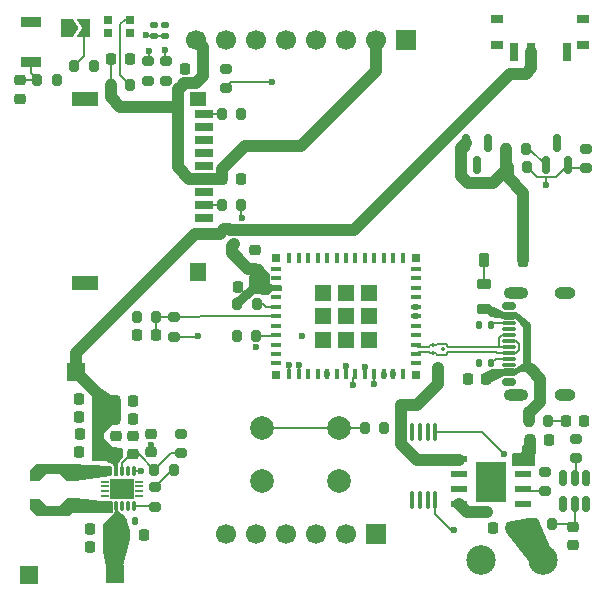
<source format=gbr>
%TF.GenerationSoftware,KiCad,Pcbnew,9.0.1*%
%TF.CreationDate,2025-09-03T21:59:16+02:00*%
%TF.ProjectId,cartouche v1,63617274-6f75-4636-9865-2076312e6b69,rev?*%
%TF.SameCoordinates,Original*%
%TF.FileFunction,Copper,L1,Top*%
%TF.FilePolarity,Positive*%
%FSLAX46Y46*%
G04 Gerber Fmt 4.6, Leading zero omitted, Abs format (unit mm)*
G04 Created by KiCad (PCBNEW 9.0.1) date 2025-09-03 21:59:16*
%MOMM*%
%LPD*%
G01*
G04 APERTURE LIST*
G04 Aperture macros list*
%AMRoundRect*
0 Rectangle with rounded corners*
0 $1 Rounding radius*
0 $2 $3 $4 $5 $6 $7 $8 $9 X,Y pos of 4 corners*
0 Add a 4 corners polygon primitive as box body*
4,1,4,$2,$3,$4,$5,$6,$7,$8,$9,$2,$3,0*
0 Add four circle primitives for the rounded corners*
1,1,$1+$1,$2,$3*
1,1,$1+$1,$4,$5*
1,1,$1+$1,$6,$7*
1,1,$1+$1,$8,$9*
0 Add four rect primitives between the rounded corners*
20,1,$1+$1,$2,$3,$4,$5,0*
20,1,$1+$1,$4,$5,$6,$7,0*
20,1,$1+$1,$6,$7,$8,$9,0*
20,1,$1+$1,$8,$9,$2,$3,0*%
%AMFreePoly0*
4,1,11,1.015000,1.170000,0.435000,0.575000,0.435000,-0.575000,1.015000,-1.170000,1.015000,-1.945000,0.125000,-1.945000,-0.435000,-1.395000,-0.435000,1.395000,0.125000,1.945000,1.015000,1.945000,1.015000,1.170000,1.015000,1.170000,$1*%
%AMFreePoly1*
4,1,11,0.435000,1.395000,0.435000,-1.395000,-0.125000,-1.945000,-1.015000,-1.945000,-1.015000,-1.170000,-0.435000,-0.575000,-0.435000,0.575000,-1.015000,1.170000,-1.015000,1.945000,-0.125000,1.945000,0.435000,1.395000,0.435000,1.395000,$1*%
%AMFreePoly2*
4,1,6,1.000000,0.000000,0.500000,-0.750000,-0.500000,-0.750000,-0.500000,0.750000,0.500000,0.750000,1.000000,0.000000,1.000000,0.000000,$1*%
%AMFreePoly3*
4,1,6,0.500000,-0.750000,-0.650000,-0.750000,-0.150000,0.000000,-0.650000,0.750000,0.500000,0.750000,0.500000,-0.750000,0.500000,-0.750000,$1*%
G04 Aperture macros list end*
%TA.AperFunction,NonConductor*%
%ADD10C,0.200000*%
%TD*%
%TA.AperFunction,Conductor*%
%ADD11C,0.200000*%
%TD*%
%TA.AperFunction,SMDPad,CuDef*%
%ADD12RoundRect,0.147500X0.172500X-0.147500X0.172500X0.147500X-0.172500X0.147500X-0.172500X-0.147500X0*%
%TD*%
%TA.AperFunction,SMDPad,CuDef*%
%ADD13R,1.400000X1.200000*%
%TD*%
%TA.AperFunction,SMDPad,CuDef*%
%ADD14R,2.200000X1.200000*%
%TD*%
%TA.AperFunction,SMDPad,CuDef*%
%ADD15R,1.400000X1.600000*%
%TD*%
%TA.AperFunction,SMDPad,CuDef*%
%ADD16R,1.600000X0.700000*%
%TD*%
%TA.AperFunction,SMDPad,CuDef*%
%ADD17RoundRect,0.200000X0.200000X0.275000X-0.200000X0.275000X-0.200000X-0.275000X0.200000X-0.275000X0*%
%TD*%
%TA.AperFunction,SMDPad,CuDef*%
%ADD18RoundRect,0.200000X-0.200000X-0.275000X0.200000X-0.275000X0.200000X0.275000X-0.200000X0.275000X0*%
%TD*%
%TA.AperFunction,SMDPad,CuDef*%
%ADD19RoundRect,0.200000X-0.275000X0.200000X-0.275000X-0.200000X0.275000X-0.200000X0.275000X0.200000X0*%
%TD*%
%TA.AperFunction,SMDPad,CuDef*%
%ADD20RoundRect,0.135000X0.135000X0.185000X-0.135000X0.185000X-0.135000X-0.185000X0.135000X-0.185000X0*%
%TD*%
%TA.AperFunction,SMDPad,CuDef*%
%ADD21RoundRect,0.200000X0.275000X-0.200000X0.275000X0.200000X-0.275000X0.200000X-0.275000X-0.200000X0*%
%TD*%
%TA.AperFunction,SMDPad,CuDef*%
%ADD22RoundRect,0.075000X-0.075000X0.075000X-0.075000X-0.075000X0.075000X-0.075000X0.075000X0.075000X0*%
%TD*%
%TA.AperFunction,SMDPad,CuDef*%
%ADD23RoundRect,0.225000X0.225000X0.250000X-0.225000X0.250000X-0.225000X-0.250000X0.225000X-0.250000X0*%
%TD*%
%TA.AperFunction,SMDPad,CuDef*%
%ADD24RoundRect,0.225000X-0.225000X-0.250000X0.225000X-0.250000X0.225000X0.250000X-0.225000X0.250000X0*%
%TD*%
%TA.AperFunction,SMDPad,CuDef*%
%ADD25R,1.500000X1.500000*%
%TD*%
%TA.AperFunction,SMDPad,CuDef*%
%ADD26R,0.280000X0.280000*%
%TD*%
%TA.AperFunction,SMDPad,CuDef*%
%ADD27O,0.280000X0.850000*%
%TD*%
%TA.AperFunction,SMDPad,CuDef*%
%ADD28R,0.600000X0.230000*%
%TD*%
%TA.AperFunction,SMDPad,CuDef*%
%ADD29R,0.700000X0.250000*%
%TD*%
%TA.AperFunction,SMDPad,CuDef*%
%ADD30R,0.900000X0.650000*%
%TD*%
%TA.AperFunction,SMDPad,CuDef*%
%ADD31R,2.150000X1.700000*%
%TD*%
%TA.AperFunction,SMDPad,CuDef*%
%ADD32R,1.000000X0.800000*%
%TD*%
%TA.AperFunction,SMDPad,CuDef*%
%ADD33R,0.700000X1.500000*%
%TD*%
%TA.AperFunction,ComponentPad*%
%ADD34C,2.000000*%
%TD*%
%TA.AperFunction,SMDPad,CuDef*%
%ADD35RoundRect,0.225000X-0.250000X0.225000X-0.250000X-0.225000X0.250000X-0.225000X0.250000X0.225000X0*%
%TD*%
%TA.AperFunction,SMDPad,CuDef*%
%ADD36RoundRect,0.225000X0.225000X0.375000X-0.225000X0.375000X-0.225000X-0.375000X0.225000X-0.375000X0*%
%TD*%
%TA.AperFunction,SMDPad,CuDef*%
%ADD37FreePoly0,90.000000*%
%TD*%
%TA.AperFunction,SMDPad,CuDef*%
%ADD38FreePoly1,90.000000*%
%TD*%
%TA.AperFunction,SMDPad,CuDef*%
%ADD39RoundRect,0.150000X0.150000X-0.587500X0.150000X0.587500X-0.150000X0.587500X-0.150000X-0.587500X0*%
%TD*%
%TA.AperFunction,SMDPad,CuDef*%
%ADD40R,1.700000X0.900000*%
%TD*%
%TA.AperFunction,SMDPad,CuDef*%
%ADD41RoundRect,0.218750X0.381250X-0.218750X0.381250X0.218750X-0.381250X0.218750X-0.381250X-0.218750X0*%
%TD*%
%TA.AperFunction,ComponentPad*%
%ADD42R,1.700000X1.700000*%
%TD*%
%TA.AperFunction,ComponentPad*%
%ADD43C,1.700000*%
%TD*%
%TA.AperFunction,SMDPad,CuDef*%
%ADD44R,1.454899X0.558000*%
%TD*%
%TA.AperFunction,SMDPad,CuDef*%
%ADD45R,2.514600X3.403600*%
%TD*%
%TA.AperFunction,SMDPad,CuDef*%
%ADD46RoundRect,0.135000X-0.135000X-0.185000X0.135000X-0.185000X0.135000X0.185000X-0.135000X0.185000X0*%
%TD*%
%TA.AperFunction,SMDPad,CuDef*%
%ADD47RoundRect,0.225000X0.250000X-0.225000X0.250000X0.225000X-0.250000X0.225000X-0.250000X-0.225000X0*%
%TD*%
%TA.AperFunction,SMDPad,CuDef*%
%ADD48RoundRect,0.150000X-0.150000X0.512500X-0.150000X-0.512500X0.150000X-0.512500X0.150000X0.512500X0*%
%TD*%
%TA.AperFunction,SMDPad,CuDef*%
%ADD49FreePoly2,0.000000*%
%TD*%
%TA.AperFunction,SMDPad,CuDef*%
%ADD50FreePoly3,0.000000*%
%TD*%
%TA.AperFunction,SMDPad,CuDef*%
%ADD51RoundRect,0.150000X0.425000X-0.150000X0.425000X0.150000X-0.425000X0.150000X-0.425000X-0.150000X0*%
%TD*%
%TA.AperFunction,SMDPad,CuDef*%
%ADD52RoundRect,0.075000X0.500000X-0.075000X0.500000X0.075000X-0.500000X0.075000X-0.500000X-0.075000X0*%
%TD*%
%TA.AperFunction,HeatsinkPad*%
%ADD53O,2.100000X1.000000*%
%TD*%
%TA.AperFunction,HeatsinkPad*%
%ADD54O,1.800000X1.000000*%
%TD*%
%TA.AperFunction,SMDPad,CuDef*%
%ADD55RoundRect,0.150000X-0.150000X0.587500X-0.150000X-0.587500X0.150000X-0.587500X0.150000X0.587500X0*%
%TD*%
%TA.AperFunction,SMDPad,CuDef*%
%ADD56RoundRect,0.100000X0.100000X-0.637500X0.100000X0.637500X-0.100000X0.637500X-0.100000X-0.637500X0*%
%TD*%
%TA.AperFunction,SMDPad,CuDef*%
%ADD57C,2.500000*%
%TD*%
%TA.AperFunction,SMDPad,CuDef*%
%ADD58RoundRect,0.218750X0.218750X0.256250X-0.218750X0.256250X-0.218750X-0.256250X0.218750X-0.256250X0*%
%TD*%
%TA.AperFunction,SMDPad,CuDef*%
%ADD59R,0.812800X0.406400*%
%TD*%
%TA.AperFunction,SMDPad,CuDef*%
%ADD60R,0.406400X0.812800*%
%TD*%
%TA.AperFunction,SMDPad,CuDef*%
%ADD61R,1.447800X1.447800*%
%TD*%
%TA.AperFunction,SMDPad,CuDef*%
%ADD62R,0.711200X0.711200*%
%TD*%
%TA.AperFunction,SMDPad,CuDef*%
%ADD63R,0.700000X0.700000*%
%TD*%
%TA.AperFunction,ViaPad*%
%ADD64C,0.600000*%
%TD*%
%TA.AperFunction,ViaPad*%
%ADD65C,0.300000*%
%TD*%
%TA.AperFunction,Conductor*%
%ADD66C,1.000000*%
%TD*%
%TA.AperFunction,Conductor*%
%ADD67C,0.500000*%
%TD*%
%TA.AperFunction,Conductor*%
%ADD68C,0.100000*%
%TD*%
G04 APERTURE END LIST*
D10*
X170050000Y-117300000D02*
X168250000Y-117300000D01*
X168200000Y-116350000D01*
X170050000Y-116350000D01*
X170050000Y-117300000D01*
%TA.AperFunction,NonConductor*%
G36*
X170050000Y-117300000D02*
G01*
X168250000Y-117300000D01*
X168200000Y-116350000D01*
X170050000Y-116350000D01*
X170050000Y-117300000D01*
G37*
%TD.AperFunction*%
D11*
%TO.N,Vout3v3*%
X147550000Y-101250000D02*
X147600000Y-102000000D01*
X147850000Y-102100000D01*
X148600000Y-102100000D01*
X148600000Y-102500000D01*
X147800000Y-102500000D01*
X147500000Y-102800000D01*
X146300000Y-102700000D01*
X145200000Y-103750000D01*
X144700000Y-103700000D01*
X144700000Y-103300000D01*
X146000000Y-102250000D01*
X146050000Y-100400000D01*
X146800000Y-100400000D01*
X147550000Y-101250000D01*
%TA.AperFunction,Conductor*%
G36*
X147550000Y-101250000D02*
G01*
X147600000Y-102000000D01*
X147850000Y-102100000D01*
X148600000Y-102100000D01*
X148600000Y-102500000D01*
X147800000Y-102500000D01*
X147500000Y-102800000D01*
X146300000Y-102700000D01*
X145200000Y-103750000D01*
X144700000Y-103700000D01*
X144700000Y-103300000D01*
X146000000Y-102250000D01*
X146050000Y-100400000D01*
X146800000Y-100400000D01*
X147550000Y-101250000D01*
G37*
%TD.AperFunction*%
%TO.N,Net-(C18-Pad2)*%
X167450000Y-104450000D02*
X168450000Y-104400000D01*
X169700000Y-105350000D01*
X169650000Y-109050000D01*
X169200000Y-109350000D01*
X168850000Y-109350000D01*
X168350000Y-109650000D01*
X168250000Y-109300000D01*
X169200000Y-108715384D01*
X169200000Y-105629998D01*
X168490910Y-104850000D01*
X167450000Y-104850000D01*
X166400000Y-104650000D01*
X166150000Y-104350000D01*
X165350000Y-104350000D01*
X165350000Y-103800000D01*
X166200000Y-103800000D01*
X167450000Y-104450000D01*
%TA.AperFunction,Conductor*%
G36*
X167450000Y-104450000D02*
G01*
X168450000Y-104400000D01*
X169700000Y-105350000D01*
X169650000Y-109050000D01*
X169200000Y-109350000D01*
X168850000Y-109350000D01*
X168350000Y-109650000D01*
X168250000Y-109300000D01*
X169200000Y-108715384D01*
X169200000Y-105629998D01*
X168490910Y-104850000D01*
X167450000Y-104850000D01*
X166400000Y-104650000D01*
X166150000Y-104350000D01*
X165350000Y-104350000D01*
X165350000Y-103800000D01*
X166200000Y-103800000D01*
X167450000Y-104450000D01*
G37*
%TD.AperFunction*%
X168350000Y-109650000D02*
X167450000Y-109650000D01*
X166250000Y-110300000D01*
X165650000Y-110300000D01*
X165650000Y-109700000D01*
X166450000Y-109250000D01*
X168350000Y-109250000D01*
X168350000Y-109650000D01*
%TA.AperFunction,Conductor*%
G36*
X168350000Y-109650000D02*
G01*
X167450000Y-109650000D01*
X166250000Y-110300000D01*
X165650000Y-110300000D01*
X165650000Y-109700000D01*
X166450000Y-109250000D01*
X168350000Y-109250000D01*
X168350000Y-109650000D01*
G37*
%TD.AperFunction*%
%TO.N,OUT+*%
X171300000Y-124200000D02*
X170800000Y-125300000D01*
X169600000Y-125300000D01*
X167750000Y-122950000D01*
X167700000Y-122200000D01*
X169550000Y-121850000D01*
X170250000Y-121850000D01*
X171300000Y-124200000D01*
%TA.AperFunction,Conductor*%
G36*
X171300000Y-124200000D02*
G01*
X170800000Y-125300000D01*
X169600000Y-125300000D01*
X167750000Y-122950000D01*
X167700000Y-122200000D01*
X169550000Y-121850000D01*
X170250000Y-121850000D01*
X171300000Y-124200000D01*
G37*
%TD.AperFunction*%
%TO.N,Vin*%
X135350000Y-121800000D02*
X135750000Y-122900000D01*
X135750000Y-123550000D01*
X135150000Y-125850000D01*
X133850000Y-125850000D01*
X133600000Y-124550000D01*
X133650000Y-122400000D01*
X134450000Y-121500000D01*
X134600000Y-121200000D01*
X134700000Y-121200000D01*
X135350000Y-121800000D01*
%TA.AperFunction,Conductor*%
G36*
X135350000Y-121800000D02*
G01*
X135750000Y-122900000D01*
X135750000Y-123550000D01*
X135150000Y-125850000D01*
X133850000Y-125850000D01*
X133600000Y-124550000D01*
X133650000Y-122400000D01*
X134450000Y-121500000D01*
X134600000Y-121200000D01*
X134700000Y-121200000D01*
X135350000Y-121800000D01*
G37*
%TD.AperFunction*%
%TO.N,3v3*%
X134250000Y-111500000D02*
X133400000Y-111450000D01*
X133250000Y-110900000D01*
X134250000Y-111500000D01*
%TA.AperFunction,Conductor*%
G36*
X134250000Y-111500000D02*
G01*
X133400000Y-111450000D01*
X133250000Y-110900000D01*
X134250000Y-111500000D01*
G37*
%TD.AperFunction*%
%TO.N,Net-(U_polux1-L2)*%
X134150000Y-117500000D02*
X134150000Y-118150000D01*
X131250000Y-118600000D01*
X130500000Y-118600000D01*
X130650000Y-117300000D01*
X130850000Y-117300000D01*
X134150000Y-117500000D01*
%TA.AperFunction,Conductor*%
G36*
X134150000Y-117500000D02*
G01*
X134150000Y-118150000D01*
X131250000Y-118600000D01*
X130500000Y-118600000D01*
X130650000Y-117300000D01*
X130850000Y-117300000D01*
X134150000Y-117500000D01*
G37*
%TD.AperFunction*%
%TO.N,Net-(U_polux1-L1)*%
X133350000Y-120450000D02*
X134250000Y-120450000D01*
X134250000Y-121250000D01*
X130450000Y-121250000D01*
X130500000Y-120150000D01*
X131200000Y-120150000D01*
X133350000Y-120450000D01*
%TA.AperFunction,Conductor*%
G36*
X133350000Y-120450000D02*
G01*
X134250000Y-120450000D01*
X134250000Y-121250000D01*
X130450000Y-121250000D01*
X130500000Y-120150000D01*
X131200000Y-120150000D01*
X133350000Y-120450000D01*
G37*
%TD.AperFunction*%
%TO.N,3v3*%
X134750000Y-115900000D02*
X135100000Y-115900000D01*
X135100000Y-116650000D01*
X134750000Y-117150000D01*
X134750000Y-118150000D01*
X134500000Y-118150000D01*
X134500000Y-117400000D01*
X134368750Y-117137499D01*
X134030433Y-117002172D01*
X133900000Y-116850000D01*
X132700000Y-116850000D01*
X132700000Y-115850000D01*
X134650000Y-115850000D01*
X134750000Y-115900000D01*
%TA.AperFunction,Conductor*%
G36*
X134750000Y-115900000D02*
G01*
X135100000Y-115900000D01*
X135100000Y-116650000D01*
X134750000Y-117150000D01*
X134750000Y-118150000D01*
X134500000Y-118150000D01*
X134500000Y-117400000D01*
X134368750Y-117137499D01*
X134030433Y-117002172D01*
X133900000Y-116850000D01*
X132700000Y-116850000D01*
X132700000Y-115850000D01*
X134650000Y-115850000D01*
X134750000Y-115900000D01*
G37*
%TD.AperFunction*%
%TD*%
D12*
%TO.P,charge,2,K*%
%TO.N,Net-(LED2-K)*%
X138800000Y-80030000D03*
%TO.P,charge,1,A*%
%TO.N,+5V*%
X138800000Y-81000000D03*
%TD*%
%TO.P,charged,2,K*%
%TO.N,Net-(LED3-K)*%
X137800000Y-80015000D03*
%TO.P,charged,1,A*%
%TO.N,+5V*%
X137800000Y-80985000D03*
%TD*%
D13*
%TO.P,microSD,SH,SH*%
%TO.N,GND*%
X141587500Y-86350000D03*
D14*
X131987500Y-86350000D03*
D15*
X141587500Y-100950000D03*
D14*
X131987500Y-101850000D03*
D16*
%TO.P,microSD,9,CD*%
%TO.N,Net-(U3-CD)*%
X142087500Y-87550000D03*
%TO.P,microSD,8,8*%
%TO.N,unconnected-(U3-Pad8)*%
X142087500Y-88650000D03*
%TO.P,microSD,7,7*%
%TO.N,SPI MISO*%
X142087500Y-89750000D03*
%TO.P,microSD,6,6*%
%TO.N,GND*%
X142087500Y-90850000D03*
%TO.P,microSD,5,5*%
%TO.N,SPI SCK*%
X142087500Y-91950000D03*
%TO.P,microSD,4,4*%
%TO.N,Vout3v3*%
X142087500Y-93050000D03*
%TO.P,microSD,3,3*%
%TO.N,SPI MOSI*%
X142087500Y-94150000D03*
%TO.P,microSD,2,2*%
%TO.N,Net-(R18-Pad1)*%
X142087500Y-95250000D03*
%TO.P,microSD,1,1*%
%TO.N,unconnected-(U3-Pad1)*%
X142087500Y-96350000D03*
%TD*%
D17*
%TO.P,R4,1,1*%
%TO.N,SW-reset*%
X129625000Y-84700000D03*
%TO.P,R4,2,2*%
%TO.N,Net-(C3-Pad1)*%
X127975000Y-84700000D03*
%TD*%
D18*
%TO.P,R13,1,1*%
%TO.N,Net-(U_polux1-FB)*%
X137875000Y-117700000D03*
%TO.P,R13,2,2*%
%TO.N,3v3*%
X139525000Y-117700000D03*
%TD*%
D19*
%TO.P,R24,1,1*%
%TO.N,Net-(U_TC4056A1-CHRG)*%
X138850000Y-83125000D03*
%TO.P,R24,2,2*%
%TO.N,Net-(LED2-K)*%
X138850000Y-84775000D03*
%TD*%
D20*
%TO.P,R16,1,1*%
%TO.N,Net-(J1-CC1)*%
X166410000Y-108650000D03*
%TO.P,R16,2,2*%
%TO.N,GND*%
X165390000Y-108650000D03*
%TD*%
D21*
%TO.P,R21,1,1*%
%TO.N,CS \u00C9cran*%
X143900000Y-85400000D03*
%TO.P,R21,2,2*%
%TO.N,Net-(U4-CS)*%
X143900000Y-83750000D03*
%TD*%
D22*
%TO.P,U2,1,D+*%
%TO.N,D+*%
X161475000Y-107150000D03*
%TO.P,U2,2,D-*%
%TO.N,D-*%
X161475000Y-107850000D03*
%TO.P,U2,3,GND*%
%TO.N,GND*%
X162325000Y-107500000D03*
%TD*%
D23*
%TO.P,C4,1,1*%
%TO.N,TENSION*%
X137975000Y-106300000D03*
%TO.P,C4,2,2*%
%TO.N,GND*%
X136425000Y-106300000D03*
%TD*%
D24*
%TO.P,C18,1,1*%
%TO.N,GND*%
X164425000Y-110000000D03*
%TO.P,C18,2,2*%
%TO.N,Net-(C18-Pad2)*%
X165975000Y-110000000D03*
%TD*%
D25*
%TO.P,GND,1,1*%
%TO.N,GND*%
X127300000Y-126600000D03*
%TD*%
D26*
%TO.P,U_polux1,1,L1*%
%TO.N,Net-(U_polux1-L1)*%
X134125000Y-121060000D03*
D27*
X134125000Y-120775000D03*
D26*
%TO.P,U_polux1,2,VIN*%
%TO.N,Vin*%
X134625000Y-121060000D03*
D27*
X134625000Y-120775000D03*
D26*
%TO.P,U_polux1,3,EN*%
%TO.N,Net-(U_polux1-EN)*%
X135125000Y-121060000D03*
D27*
X135125000Y-120775000D03*
D26*
%TO.P,U_polux1,4,PS/SYNC*%
%TO.N,GND*%
X135625000Y-121060000D03*
D27*
X135625000Y-120775000D03*
D26*
%TO.P,U_polux1,5,PG*%
%TO.N,Net-(U_polux1-PG)*%
X136125000Y-121060000D03*
D27*
X136125000Y-120775000D03*
%TO.P,U_polux1,6,VAUX*%
%TO.N,Net-(U_polux1-VAUX)*%
X136125000Y-117825000D03*
D26*
X136125000Y-117540000D03*
D27*
%TO.P,U_polux1,7,GND*%
%TO.N,GND*%
X135625000Y-117825000D03*
D26*
X135625000Y-117540000D03*
D27*
%TO.P,U_polux1,8,FB*%
%TO.N,Net-(U_polux1-FB)*%
X135125000Y-117825000D03*
D26*
X135125000Y-117540000D03*
D27*
%TO.P,U_polux1,9,VOUT*%
%TO.N,3v3*%
X134625000Y-117825000D03*
D26*
X134625000Y-117540000D03*
D27*
%TO.P,U_polux1,10,L2*%
%TO.N,Net-(U_polux1-L2)*%
X134125000Y-117825000D03*
D26*
X134125000Y-117540000D03*
D28*
%TO.P,U_polux1,11,PAD*%
%TO.N,GND*%
X133700000Y-119900000D03*
D29*
X133700000Y-119900000D03*
D28*
X136550000Y-119900000D03*
D29*
X136550000Y-119900000D03*
D30*
X134565000Y-119735000D03*
X135685000Y-119735000D03*
D28*
X133700000Y-119500000D03*
D29*
X133700000Y-119500000D03*
D28*
X136550000Y-119500000D03*
D29*
X136550000Y-119500000D03*
D31*
X135125000Y-119300000D03*
D28*
X133700000Y-119100000D03*
D29*
X133700000Y-119100000D03*
D28*
X136550000Y-119100000D03*
D29*
X136550000Y-119100000D03*
D30*
X134565000Y-118865000D03*
X135685000Y-118865000D03*
D28*
X133700000Y-118700000D03*
D29*
X133700000Y-118700000D03*
D28*
X136550000Y-118700000D03*
D29*
X136550000Y-118700000D03*
%TD*%
D32*
%TO.P,SWITCH ON/OFF,*%
%TO.N,*%
X174200000Y-81710000D03*
X174200000Y-79500000D03*
X166900000Y-81710000D03*
X166900000Y-79500000D03*
D33*
%TO.P,SWITCH ON/OFF,1,1*%
%TO.N,Vout3v3*%
X172800000Y-82360000D03*
%TO.P,SWITCH ON/OFF,2,2*%
%TO.N,3v3*%
X169800000Y-82360000D03*
%TO.P,SWITCH ON/OFF,3,3*%
%TO.N,Vout3v3*%
X168300000Y-82360000D03*
%TD*%
D24*
%TO.P,C12,1,1*%
%TO.N,GND*%
X131525000Y-116200000D03*
%TO.P,C12,2,2*%
%TO.N,3v3*%
X133075000Y-116200000D03*
%TD*%
D19*
%TO.P,R10,1,1*%
%TO.N,GND*%
X174400000Y-90500000D03*
%TO.P,R10,2,2*%
%TO.N,Net-(Q1-S)*%
X174400000Y-92150000D03*
%TD*%
D34*
%TO.P,S1,1,1*%
%TO.N,Net-(R3-Pad2)*%
X147024999Y-114150000D03*
X153524999Y-114150000D03*
%TO.P,S1,2,2*%
%TO.N,GND*%
X147024999Y-118650000D03*
X153524999Y-118650000D03*
%TD*%
D35*
%TO.P,C11,1,1*%
%TO.N,GND*%
X134600000Y-114825000D03*
%TO.P,C11,2,2*%
%TO.N,3v3*%
X134600000Y-116375000D03*
%TD*%
D24*
%TO.P,C15,1,1*%
%TO.N,GND*%
X131525000Y-113200000D03*
%TO.P,C15,2,2*%
%TO.N,3v3*%
X133075000Y-113200000D03*
%TD*%
D36*
%TO.P,D1,1,C*%
%TO.N,Vin*%
X169100000Y-99900000D03*
%TO.P,D1,2,A*%
%TO.N,+5V*%
X165800000Y-99900000D03*
%TD*%
D37*
%TO.P,U_coil_polux1,1,1*%
%TO.N,Net-(U_polux1-L1)*%
X129300000Y-121165000D03*
D38*
%TO.P,U_coil_polux1,2,2*%
%TO.N,Net-(U_polux1-L2)*%
X129300000Y-117635000D03*
%TD*%
D39*
%TO.P,Q1,1,G*%
%TO.N,Net-(Q1-G)*%
X171000000Y-91900000D03*
%TO.P,Q1,2,S*%
%TO.N,Net-(Q1-S)*%
X172900000Y-91900000D03*
%TO.P,Q1,3,D*%
%TO.N,GND*%
X171950000Y-90025000D03*
%TD*%
D19*
%TO.P,R14,1,1*%
%TO.N,GND*%
X140100000Y-114650000D03*
%TO.P,R14,2,2*%
%TO.N,Net-(U_polux1-FB)*%
X140100000Y-116300000D03*
%TD*%
D18*
%TO.P,R18,1,1*%
%TO.N,Net-(R18-Pad1)*%
X143575000Y-95300000D03*
%TO.P,R18,2,2*%
%TO.N,CS_sdcard*%
X145225000Y-95300000D03*
%TD*%
D40*
%TO.P,SW1,1,1*%
%TO.N,GND*%
X127400000Y-79800000D03*
%TO.P,SW1,2,2*%
%TO.N,Net-(C3-Pad1)*%
X127400000Y-83200000D03*
%TD*%
D19*
%TO.P,R6,1,1*%
%TO.N,TENSION*%
X139500000Y-104775000D03*
%TO.P,R6,2,2*%
%TO.N,OUT+*%
X139500000Y-106425000D03*
%TD*%
D23*
%TO.P,C16,1,1*%
%TO.N,GND*%
X136075000Y-113400000D03*
%TO.P,C16,2,2*%
%TO.N,3v3*%
X134525000Y-113400000D03*
%TD*%
D35*
%TO.P,C3,1,1*%
%TO.N,Net-(C3-Pad1)*%
X126500000Y-84725000D03*
%TO.P,C3,2,2*%
%TO.N,GND*%
X126500000Y-86275000D03*
%TD*%
D17*
%TO.P,R19,1,1*%
%TO.N,CD*%
X145225000Y-87600000D03*
%TO.P,R19,2,2*%
%TO.N,Net-(U3-CD)*%
X143575000Y-87600000D03*
%TD*%
D41*
%TO.P,L1,1,1*%
%TO.N,Net-(C18-Pad2)*%
X165800000Y-104112500D03*
%TO.P,L1,2,2*%
%TO.N,+5V*%
X165800000Y-101987500D03*
%TD*%
D17*
%TO.P,R3,1,1*%
%TO.N,SW-1*%
X157325000Y-114200000D03*
%TO.P,R3,2,2*%
%TO.N,Net-(R3-Pad2)*%
X155675000Y-114200000D03*
%TD*%
D19*
%TO.P,R26,1,1*%
%TO.N,Net-(U_TC4056A1-STDBY)*%
X137350000Y-83125000D03*
%TO.P,R26,2,2*%
%TO.N,Net-(LED3-K)*%
X137350000Y-84775000D03*
%TD*%
D25*
%TO.P,VIN,1,1*%
%TO.N,Vin*%
X134500000Y-126500000D03*
%TD*%
D18*
%TO.P,R11,1,1*%
%TO.N,Vin*%
X167775000Y-92100000D03*
%TO.P,R11,2,2*%
%TO.N,Net-(Q1-S)*%
X169425000Y-92100000D03*
%TD*%
%TO.P,R1,1,1*%
%TO.N,Vout3v3*%
X144875000Y-103700000D03*
%TO.P,R1,2,2*%
%TO.N,GPIO2*%
X146525000Y-103700000D03*
%TD*%
D35*
%TO.P,C10,1,1*%
%TO.N,GND*%
X136100000Y-114825000D03*
%TO.P,C10,2,2*%
%TO.N,Net-(U_polux1-FB)*%
X136100000Y-116375000D03*
%TD*%
D23*
%TO.P,C7,1,1*%
%TO.N,GND*%
X136975000Y-123200000D03*
%TO.P,C7,2,2*%
%TO.N,Vin*%
X135425000Y-123200000D03*
%TD*%
D42*
%TO.P,U4,1,GND*%
%TO.N,GND*%
X159164999Y-81300000D03*
D43*
%TO.P,U4,2,VCC*%
%TO.N,Vout3v3*%
X156624999Y-81300000D03*
%TO.P,U4,3,SCL*%
%TO.N,SPI SCK*%
X154084999Y-81300000D03*
%TO.P,U4,4,SDA*%
%TO.N,SPI MOSI*%
X151544999Y-81300000D03*
%TO.P,U4,5,RES*%
%TO.N,Net-(U4-RES)*%
X149004999Y-81300000D03*
%TO.P,U4,6,DC*%
%TO.N,\u00C9cran D{slash}C*%
X146464999Y-81300000D03*
%TO.P,U4,7,CS*%
%TO.N,Net-(U4-CS)*%
X143924999Y-81300000D03*
%TO.P,U4,8,BLK*%
%TO.N,Vout3v3*%
X141384999Y-81300000D03*
%TD*%
D19*
%TO.P,R23,1,1*%
%TO.N,GND*%
X170978652Y-117870000D03*
%TO.P,R23,2,2*%
%TO.N,Net-(U_TC4056A1-PROG)*%
X170978652Y-119520000D03*
%TD*%
D44*
%TO.P,U_TC4056A1,1,TEMP*%
%TO.N,GND*%
X169121348Y-120605000D03*
%TO.P,U_TC4056A1,2,PROG*%
%TO.N,Net-(U_TC4056A1-PROG)*%
X169121348Y-119335000D03*
%TO.P,U_TC4056A1,3,GND*%
%TO.N,GND*%
X169121348Y-118065000D03*
%TO.P,U_TC4056A1,4,VCC*%
%TO.N,+5V*%
X169121348Y-116795000D03*
%TO.P,U_TC4056A1,5,BAT*%
%TO.N,OUT+*%
X163678652Y-116795000D03*
%TO.P,U_TC4056A1,6,STDBY*%
%TO.N,Net-(U_TC4056A1-STDBY)*%
X163678652Y-118065000D03*
%TO.P,U_TC4056A1,7,CHRG*%
%TO.N,Net-(U_TC4056A1-CHRG)*%
X163678652Y-119335000D03*
%TO.P,U_TC4056A1,8,CE*%
%TO.N,+5V*%
X163678652Y-120605000D03*
D45*
%TO.P,U_TC4056A1,EPAD*%
%TO.N,N/C*%
X166400000Y-118700000D03*
%TD*%
D46*
%TO.P,R15,1,1*%
%TO.N,GND*%
X165390000Y-105450000D03*
%TO.P,R15,2,2*%
%TO.N,Net-(J1-CC2)*%
X166410000Y-105450000D03*
%TD*%
D24*
%TO.P,C8,1,1*%
%TO.N,GND*%
X132425000Y-122700000D03*
%TO.P,C8,2,2*%
%TO.N,Vin*%
X133975000Y-122700000D03*
%TD*%
D35*
%TO.P,C1,1,1*%
%TO.N,GND*%
X146400000Y-99125000D03*
%TO.P,C1,2,2*%
%TO.N,Vout3v3*%
X146400000Y-100675000D03*
%TD*%
D17*
%TO.P,R20,1,1*%
%TO.N,SW-reset*%
X146500000Y-106400000D03*
%TO.P,R20,2,2*%
%TO.N,Net-(U4-RES)*%
X144850000Y-106400000D03*
%TD*%
%TO.P,R5,1*%
%TO.N,Boot Mode Select*%
X132725000Y-83550000D03*
%TO.P,R5,2*%
%TO.N,Net-(JP1-B)*%
X131075000Y-83550000D03*
%TD*%
D24*
%TO.P,C6,1,1*%
%TO.N,GND*%
X132400000Y-124200000D03*
%TO.P,C6,2,2*%
%TO.N,Vin*%
X133950000Y-124200000D03*
%TD*%
D47*
%TO.P,C22,1,1*%
%TO.N,GND*%
X173300000Y-124075000D03*
%TO.P,C22,2,2*%
%TO.N,VCCfhd*%
X173300000Y-122525000D03*
%TD*%
D42*
%TO.P,J2,1,Pin_1*%
%TO.N,GND*%
X156624999Y-123100000D03*
D43*
%TO.P,J2,2,Pin_2*%
%TO.N,CS Console*%
X154084999Y-123100000D03*
%TO.P,J2,3,Pin_3*%
%TO.N,SPI MOSI*%
X151544999Y-123100000D03*
%TO.P,J2,4,Pin_4*%
%TO.N,SPI MISO*%
X149004999Y-123100000D03*
%TO.P,J2,5,Pin_5*%
%TO.N,SPI SCK*%
X146464999Y-123100000D03*
%TO.P,J2,6,Pin_6*%
%TO.N,+5V*%
X143924999Y-123100000D03*
%TD*%
D48*
%TO.P,U_DW01A1,1,OD*%
%TO.N,Net-(Q3-G2)*%
X174400000Y-118362500D03*
%TO.P,U_DW01A1,2,VM*%
%TO.N,Net-(U_DW01A1-VM)*%
X173450000Y-118362500D03*
%TO.P,U_DW01A1,3,OC*%
%TO.N,Net-(Q3-G1)*%
X172500000Y-118362500D03*
%TO.P,U_DW01A1,4,NC*%
%TO.N,unconnected-(U_DW01A1-NC-Pad4)*%
X172500000Y-120637500D03*
%TO.P,U_DW01A1,5,VCC*%
%TO.N,VCCfhd*%
X173450000Y-120637500D03*
%TO.P,U_DW01A1,6,GND*%
%TO.N,GND*%
X174400000Y-120637500D03*
%TD*%
D24*
%TO.P,C2,1,1*%
%TO.N,GND*%
X144925000Y-102200000D03*
%TO.P,C2,2,2*%
%TO.N,Vout3v3*%
X146475000Y-102200000D03*
%TD*%
%TO.P,C13,1,1*%
%TO.N,GND*%
X131525000Y-111700000D03*
%TO.P,C13,2,2*%
%TO.N,3v3*%
X133075000Y-111700000D03*
%TD*%
D49*
%TO.P,BM,1,A*%
%TO.N,Vout3v3*%
X130500000Y-80300000D03*
D50*
%TO.P,BM,2,B*%
%TO.N,Net-(JP1-B)*%
X131950000Y-80300000D03*
%TD*%
D46*
%TO.P,R8,1,1*%
%TO.N,Vin*%
X135190000Y-122000000D03*
%TO.P,R8,2,2*%
%TO.N,Net-(U_polux1-EN)*%
X136210000Y-122000000D03*
%TD*%
D51*
%TO.P,USB-C,A1,GND*%
%TO.N,GND*%
X167910000Y-110250000D03*
%TO.P,USB-C,A4,VBUS*%
%TO.N,Net-(C18-Pad2)*%
X167910000Y-109450000D03*
D52*
%TO.P,USB-C,A5,CC1*%
%TO.N,Net-(J1-CC1)*%
X167910000Y-108300000D03*
%TO.P,USB-C,A6,D+*%
%TO.N,D+*%
X167910000Y-107300000D03*
%TO.P,USB-C,A7,D-*%
%TO.N,D-*%
X167910000Y-106800000D03*
%TO.P,USB-C,A8,SBU1*%
%TO.N,unconnected-(J1-SBU1-PadA8)*%
X167910000Y-105800000D03*
D51*
%TO.P,USB-C,A9,VBUS*%
%TO.N,Net-(C18-Pad2)*%
X167910000Y-104650000D03*
%TO.P,USB-C,A12,GND*%
%TO.N,GND*%
X167910000Y-103850000D03*
%TO.P,USB-C,B1,GND*%
X167910000Y-103850000D03*
%TO.P,USB-C,B4,VBUS*%
%TO.N,Net-(C18-Pad2)*%
X167910000Y-104650000D03*
D52*
%TO.P,USB-C,B5,CC2*%
%TO.N,Net-(J1-CC2)*%
X167910000Y-105300000D03*
%TO.P,USB-C,B6,D+*%
%TO.N,D+*%
X167910000Y-106300000D03*
%TO.P,USB-C,B7,D-*%
%TO.N,D-*%
X167910000Y-107800000D03*
%TO.P,USB-C,B8,SBU2*%
%TO.N,unconnected-(J1-SBU2-PadB8)*%
X167910000Y-108800000D03*
D51*
%TO.P,USB-C,B9,VBUS*%
%TO.N,Net-(C18-Pad2)*%
X167910000Y-109450000D03*
%TO.P,USB-C,B12,GND*%
%TO.N,GND*%
X167910000Y-110250000D03*
D53*
%TO.P,USB-C,S1,SHIELD*%
X168485000Y-111370000D03*
D54*
X172665000Y-111370000D03*
D53*
X168485000Y-102730000D03*
D54*
X172665000Y-102730000D03*
%TD*%
D18*
%TO.P,R7,1,1*%
%TO.N,Vout3v3*%
X134175000Y-85100000D03*
%TO.P,R7,2,2*%
%TO.N,Net-(LED_RGB1-VDD)*%
X135825000Y-85100000D03*
%TD*%
D55*
%TO.P,Q2,1,G*%
%TO.N,Net-(Q1-S)*%
X166150000Y-90000000D03*
%TO.P,Q2,2,S*%
%TO.N,Vin*%
X164250000Y-90000000D03*
%TO.P,Q2,3,D*%
%TO.N,OUT+*%
X165200000Y-91875000D03*
%TD*%
D18*
%TO.P,R2,1,1*%
%TO.N,GND*%
X136375000Y-104800000D03*
%TO.P,R2,2,2*%
%TO.N,TENSION*%
X138025000Y-104800000D03*
%TD*%
D19*
%TO.P,R12,1,1*%
%TO.N,3v3*%
X137900000Y-119175000D03*
%TO.P,R12,2,2*%
%TO.N,Net-(U_polux1-PG)*%
X137900000Y-120825000D03*
%TD*%
D24*
%TO.P,C23,1,1*%
%TO.N,GND*%
X166550000Y-122600000D03*
%TO.P,C23,2,2*%
%TO.N,OUT+*%
X168100000Y-122600000D03*
%TD*%
D23*
%TO.P,C5,1,1*%
%TO.N,GND*%
X135775000Y-82900000D03*
%TO.P,C5,2,2*%
%TO.N,Vout3v3*%
X134225000Y-82900000D03*
%TD*%
D56*
%TO.P,Q3,1,D12*%
%TO.N,unconnected-(Q3-D12-Pad1)*%
X159703652Y-120262500D03*
%TO.P,Q3,2,S1*%
%TO.N,GND*%
X160353652Y-120262500D03*
%TO.P,Q3,3,S1*%
X161003652Y-120262500D03*
%TO.P,Q3,4,G1*%
%TO.N,Net-(Q3-G1)*%
X161653652Y-120262500D03*
%TO.P,Q3,5,G2*%
%TO.N,Net-(Q3-G2)*%
X161653652Y-114537500D03*
%TO.P,Q3,6,S2*%
%TO.N,GND*%
X161003652Y-114537500D03*
%TO.P,Q3,7,S2*%
X160353652Y-114537500D03*
%TO.P,Q3,8,D12*%
%TO.N,unconnected-(Q3-D12-Pad8)*%
X159703652Y-114537500D03*
%TD*%
D21*
%TO.P,R22,1,1*%
%TO.N,Net-(U_DW01A1-VM)*%
X173578652Y-116720000D03*
%TO.P,R22,2,2*%
%TO.N,GND*%
X173578652Y-115070000D03*
%TD*%
D24*
%TO.P,C19,1*%
%TO.N,Vout3v3*%
X143625000Y-93100000D03*
%TO.P,C19,2*%
%TO.N,GND*%
X145175000Y-93100000D03*
%TD*%
D18*
%TO.P,R25,1,1*%
%TO.N,OUT+*%
X169850000Y-122300000D03*
%TO.P,R25,2,2*%
%TO.N,VCCfhd*%
X171500000Y-122300000D03*
%TD*%
D25*
%TO.P,3V3,1,1*%
%TO.N,3v3*%
X131200000Y-109400000D03*
%TD*%
D18*
%TO.P,R9,1,1*%
%TO.N,Vin*%
X167675000Y-90500000D03*
%TO.P,R9,2,2*%
%TO.N,Net-(Q1-G)*%
X169325000Y-90500000D03*
%TD*%
%TO.P,R17,1,1*%
%TO.N,Net-(C18-Pad2)*%
X169550000Y-113600000D03*
%TO.P,R17,2,2*%
%TO.N,Net-(LED1-+)*%
X171200000Y-113600000D03*
%TD*%
D23*
%TO.P,C14,1,1*%
%TO.N,GND*%
X136075000Y-111900000D03*
%TO.P,C14,2,2*%
%TO.N,3v3*%
X134525000Y-111900000D03*
%TD*%
D57*
%TO.P,BAT-,1,1*%
%TO.N,GND*%
X165500000Y-125300000D03*
%TD*%
%TO.P,BAT+,1,1*%
%TO.N,OUT+*%
X170800000Y-125300000D03*
%TD*%
D24*
%TO.P,C20,1*%
%TO.N,GND*%
X140425000Y-83800000D03*
%TO.P,C20,2*%
%TO.N,Vout3v3*%
X141975000Y-83800000D03*
%TD*%
D47*
%TO.P,C9,1,1*%
%TO.N,Net-(U_polux1-VAUX)*%
X137600000Y-116200000D03*
%TO.P,C9,2,2*%
%TO.N,GND*%
X137600000Y-114650000D03*
%TD*%
D24*
%TO.P,C21,1,1*%
%TO.N,+5V*%
X169703652Y-115195000D03*
%TO.P,C21,2,2*%
%TO.N,GND*%
X171253652Y-115195000D03*
%TD*%
D58*
%TO.P,LED1,1,-*%
%TO.N,GND*%
X174287500Y-113600000D03*
%TO.P,LED1,2,+*%
%TO.N,Net-(LED1-+)*%
X172712500Y-113600000D03*
%TD*%
D59*
%TO.P,U1,1,GND*%
%TO.N,GND*%
X148200002Y-100700000D03*
%TO.P,U1,2,GND*%
X148200002Y-101500001D03*
%TO.P,U1,3,3V3*%
%TO.N,Vout3v3*%
X148200002Y-102300000D03*
%TO.P,U1,4,NC*%
%TO.N,unconnected-(U1-NC-Pad4)*%
X148200002Y-103100001D03*
%TO.P,U1,5,IO2*%
%TO.N,GPIO2*%
X148200002Y-103899999D03*
%TO.P,U1,6,IO3*%
%TO.N,TENSION*%
X148200002Y-104700000D03*
%TO.P,U1,7,NC*%
%TO.N,unconnected-(U1-NC-Pad7)*%
X148200002Y-105500001D03*
%TO.P,U1,8,EN*%
%TO.N,SW-reset*%
X148200002Y-106299999D03*
%TO.P,U1,9,NC*%
%TO.N,unconnected-(U1-NC-Pad9)*%
X148200002Y-107100000D03*
%TO.P,U1,10,NC*%
%TO.N,unconnected-(U1-NC-Pad10)*%
X148200002Y-107899999D03*
%TO.P,U1,11,GND*%
%TO.N,GND*%
X148200002Y-108700000D03*
D60*
%TO.P,U1,12,IO0*%
%TO.N,\u00C9cran D{slash}C*%
X149299999Y-109600000D03*
%TO.P,U1,13,IO1*%
%TO.N,CS \u00C9cran*%
X150100000Y-109600000D03*
%TO.P,U1,14,GND*%
%TO.N,GND*%
X150900001Y-109600000D03*
%TO.P,U1,15,NC*%
%TO.N,unconnected-(U1-NC-Pad15)*%
X151700000Y-109600000D03*
%TO.P,U1,16,IO10*%
%TO.N,CS_sdcard*%
X152500001Y-109600000D03*
%TO.P,U1,17,NC*%
%TO.N,unconnected-(U1-NC-Pad17)*%
X153299999Y-109600000D03*
%TO.P,U1,18,IO4*%
%TO.N,CS Console*%
X154100000Y-109600000D03*
%TO.P,U1,19,IO5*%
%TO.N,SPI MOSI*%
X154900001Y-109600000D03*
%TO.P,U1,20,IO6*%
%TO.N,SPI SCK*%
X155699999Y-109600000D03*
%TO.P,U1,21,IO7*%
%TO.N,SPI MISO*%
X156500000Y-109600000D03*
%TO.P,U1,22,IO8*%
%TO.N,CD*%
X157299999Y-109600000D03*
%TO.P,U1,23,IO9*%
%TO.N,Boot Mode Select*%
X158100000Y-109600000D03*
%TO.P,U1,24,NC*%
%TO.N,unconnected-(U1-NC-Pad24)*%
X158899998Y-109600000D03*
D59*
%TO.P,U1,25,NC*%
%TO.N,unconnected-(U1-NC-Pad25)*%
X159999998Y-108700000D03*
%TO.P,U1,26,IO18*%
%TO.N,D-*%
X159999998Y-107899999D03*
%TO.P,U1,27,IO19*%
%TO.N,D+*%
X159999998Y-107100000D03*
%TO.P,U1,28,NC*%
%TO.N,unconnected-(U1-NC-Pad28)*%
X159999998Y-106299999D03*
%TO.P,U1,29,NC*%
%TO.N,unconnected-(U1-NC-Pad29)*%
X159999998Y-105500001D03*
%TO.P,U1,30,RXD0*%
%TO.N,SW-1*%
X159999998Y-104700000D03*
%TO.P,U1,31,TXD0*%
%TO.N,LEDrgb*%
X159999998Y-103899999D03*
%TO.P,U1,32,NC*%
%TO.N,unconnected-(U1-NC-Pad32)*%
X159999998Y-103100001D03*
%TO.P,U1,33,NC*%
%TO.N,unconnected-(U1-NC-Pad33)*%
X159999998Y-102300000D03*
%TO.P,U1,34,NC*%
%TO.N,unconnected-(U1-NC-Pad34)*%
X159999998Y-101500001D03*
%TO.P,U1,35,NC*%
%TO.N,unconnected-(U1-NC-Pad35)*%
X159999998Y-100700000D03*
D60*
%TO.P,U1,36,GND*%
%TO.N,GND*%
X158900001Y-99800000D03*
%TO.P,U1,37,GND*%
X158100000Y-99800000D03*
%TO.P,U1,38,GND*%
X157299999Y-99800000D03*
%TO.P,U1,39,GND*%
X156500000Y-99800000D03*
%TO.P,U1,40,GND*%
X155699999Y-99800000D03*
%TO.P,U1,41,GND*%
X154900001Y-99800000D03*
%TO.P,U1,42,GND*%
X154100000Y-99800000D03*
%TO.P,U1,43,GND*%
X153299999Y-99800000D03*
%TO.P,U1,44,GND*%
X152500001Y-99800000D03*
%TO.P,U1,45,GND*%
X151700000Y-99800000D03*
%TO.P,U1,46,GND*%
X150900001Y-99800000D03*
%TO.P,U1,47,GND*%
X150100000Y-99800000D03*
%TO.P,U1,48,GND*%
X149300002Y-99800000D03*
D61*
%TO.P,U1,49,GND*%
X154100000Y-104700000D03*
D62*
%TO.P,U1,50,GND*%
X160050000Y-99750000D03*
%TO.P,U1,51,GND*%
X160050000Y-109650000D03*
%TO.P,U1,52,GND*%
X148150000Y-109650000D03*
%TO.P,U1,53,GND*%
X148150000Y-99750000D03*
D61*
%TO.P,U1,54*%
%TO.N,N/C*%
X156075000Y-102725000D03*
%TO.P,U1,55*%
X156075000Y-104700000D03*
%TO.P,U1,56*%
X156075000Y-106675000D03*
%TO.P,U1,57*%
X154100000Y-106675000D03*
%TO.P,U1,58*%
X152125000Y-106675000D03*
%TO.P,U1,59*%
X152125000Y-104700000D03*
%TO.P,U1,60*%
X152125000Y-102725000D03*
%TO.P,U1,61*%
X154100000Y-102725000D03*
%TD*%
D24*
%TO.P,C17,1,1*%
%TO.N,GND*%
X131550000Y-114700000D03*
%TO.P,C17,2,2*%
%TO.N,3v3*%
X133100000Y-114700000D03*
%TD*%
D63*
%TO.P,LED_RGB1,1,DO*%
%TO.N,unconnected-(LED_RGB1-DO-Pad1)*%
X133985000Y-79600000D03*
%TO.P,LED_RGB1,2,GND*%
%TO.N,GND*%
X133985000Y-80700000D03*
%TO.P,LED_RGB1,3,DI*%
%TO.N,LEDrgb*%
X135815000Y-80700000D03*
%TO.P,LED_RGB1,4,VDD*%
%TO.N,Net-(LED_RGB1-VDD)*%
X135815000Y-79600000D03*
%TD*%
D64*
%TO.N,Net-(U_TC4056A1-STDBY)*%
X137400000Y-82202767D03*
%TO.N,Net-(U_TC4056A1-CHRG)*%
X138800000Y-82200000D03*
%TO.N,Net-(Q1-S)*%
X166150000Y-89950000D03*
X171050000Y-93550000D03*
%TO.N,Vout3v3*%
X168300000Y-82400000D03*
X172800000Y-82360000D03*
%TO.N,+5V*%
X166050000Y-121250000D03*
%TO.N,3v3*%
X134612500Y-116387500D03*
X137900000Y-119200000D03*
%TO.N,GND*%
X165500000Y-125300000D03*
X142087500Y-90850000D03*
D65*
X162200000Y-107500000D03*
D64*
%TO.N,OUT+*%
X141600000Y-106400000D03*
X165200000Y-91875000D03*
X163700000Y-116900000D03*
X170800000Y-125300000D03*
%TO.N,+5V*%
X137200000Y-80900000D03*
X169700000Y-115200000D03*
%TO.N,Vout3v3*%
X142100000Y-93050000D03*
X130600000Y-80300000D03*
X134225000Y-82900000D03*
X144600000Y-98400000D03*
%TO.N,Vin*%
X135400000Y-123200000D03*
X164250000Y-90000000D03*
X167800000Y-92100000D03*
%TO.N,Net-(U_polux1-VAUX)*%
X136700000Y-117800000D03*
X137600000Y-115600000D03*
%TO.N,SPI MOSI*%
X142100000Y-94200000D03*
X154700000Y-110500000D03*
%TO.N,SPI MISO*%
X142087500Y-89750000D03*
X156500000Y-110400000D03*
%TO.N,SPI SCK*%
X142087500Y-91950000D03*
X155700000Y-109000000D03*
%TO.N,CS Console*%
X154100000Y-108900000D03*
%TO.N,LEDrgb*%
X160000000Y-103900000D03*
X135900000Y-80700000D03*
%TO.N,Net-(Q3-G2)*%
X167500000Y-116400000D03*
X174400000Y-118362500D03*
%TO.N,Net-(Q3-G1)*%
X163200000Y-122800000D03*
X172500000Y-118362500D03*
%TO.N,Net-(U_TC4056A1-CHRG)*%
X163700000Y-119356348D03*
%TO.N,Net-(U_TC4056A1-STDBY)*%
X163678652Y-118065000D03*
%TO.N,CS_sdcard*%
X145300000Y-96400000D03*
X152500000Y-109600000D03*
%TO.N,CD*%
X157300000Y-109700000D03*
X145200000Y-87600000D03*
%TO.N,Boot Mode Select*%
X132725000Y-83550000D03*
X158100000Y-109600000D03*
%TO.N,Net-(U4-CS)*%
X143900000Y-83700000D03*
%TO.N,CS \u00C9cran*%
X147800000Y-84900000D03*
X150100000Y-108800000D03*
%TO.N,Net-(U4-RES)*%
X144900000Y-106500000D03*
X150400000Y-106400000D03*
%TO.N,SW-reset*%
X129615472Y-84755913D03*
X146500000Y-107300000D03*
%TO.N,SW-1*%
X160000000Y-104700000D03*
X157300000Y-114200000D03*
%TO.N,Net-(U3-CD)*%
X142087500Y-87550000D03*
%TO.N,\u00C9cran D{slash}C*%
X149300000Y-108800000D03*
X149300000Y-108800000D03*
X149300000Y-108800000D03*
%TO.N,OUT+*%
X161900000Y-109100000D03*
%TO.N,+5V*%
X165750000Y-102050000D03*
%TD*%
D11*
%TO.N,VCCfhd*%
X173300000Y-122525000D02*
X173450000Y-122375000D01*
X173450000Y-122375000D02*
X173450000Y-120861152D01*
X173450000Y-120861152D02*
X173678652Y-120632500D01*
%TO.N,Net-(U_DW01A1-VM)*%
X173678652Y-118357500D02*
X173550000Y-118228848D01*
X173550000Y-118228848D02*
X173550000Y-116748652D01*
X173550000Y-116748652D02*
X173578652Y-116720000D01*
%TO.N,Net-(JP1-B)*%
X131950000Y-80300000D02*
X131950000Y-82675000D01*
X131950000Y-82675000D02*
X131075000Y-83550000D01*
D66*
%TO.N,Vout3v3*%
X156624999Y-83975001D02*
X150300000Y-90300000D01*
D11*
%TO.N,Net-(Q1-G)*%
X169325000Y-90500000D02*
X169600000Y-90500000D01*
X169600000Y-90500000D02*
X171000000Y-91900000D01*
D66*
%TO.N,Vin*%
X167675000Y-90500000D02*
X167675000Y-92000000D01*
X167675000Y-92000000D02*
X167775000Y-92100000D01*
X167800000Y-92100000D02*
X167800000Y-92150000D01*
X163800000Y-92800000D02*
X163800000Y-90450000D01*
X167800000Y-92150000D02*
X166550000Y-93400000D01*
X166550000Y-93400000D02*
X164400000Y-93400000D01*
X163800000Y-90450000D02*
X164250000Y-90000000D01*
X164400000Y-93400000D02*
X163800000Y-92800000D01*
D11*
%TO.N,Net-(Q1-S)*%
X171050000Y-92938500D02*
X171050000Y-93550000D01*
X170263500Y-92938500D02*
X171050000Y-92938500D01*
D66*
%TO.N,Vin*%
X169100000Y-99900000D02*
X169100000Y-94250000D01*
X169100000Y-94250000D02*
X167775000Y-92925000D01*
X167775000Y-92925000D02*
X167775000Y-92100000D01*
%TO.N,Vout3v3*%
X141975000Y-83800000D02*
X141975000Y-81890001D01*
X141975000Y-81890001D02*
X141384999Y-81300000D01*
X140100000Y-85250000D02*
X140375000Y-84975000D01*
X140375000Y-84975000D02*
X141375000Y-84975000D01*
X141375000Y-84975000D02*
X141975000Y-84375000D01*
X141975000Y-84375000D02*
X141975000Y-83800000D01*
X139850000Y-85500000D02*
X140100000Y-85250000D01*
X139850000Y-87000000D02*
X139850000Y-85500000D01*
X145775000Y-100675000D02*
X144450000Y-99350000D01*
X146400000Y-100675000D02*
X145775000Y-100675000D01*
X144450000Y-99350000D02*
X144450000Y-98750000D01*
X144450000Y-98750000D02*
X144600000Y-98600000D01*
X142100000Y-93050000D02*
X143575000Y-93050000D01*
X134175000Y-86175000D02*
X134175000Y-85100000D01*
X139850000Y-87000000D02*
X135000000Y-87000000D01*
X135000000Y-87000000D02*
X134175000Y-86175000D01*
X142100000Y-93050000D02*
X140800000Y-93050000D01*
X140800000Y-93050000D02*
X139850000Y-92100000D01*
X139850000Y-92100000D02*
X139850000Y-87000000D01*
X156624999Y-81300000D02*
X156624999Y-83975001D01*
X145550000Y-90300000D02*
X143625000Y-92225000D01*
X150300000Y-90300000D02*
X145550000Y-90300000D01*
X143625000Y-92225000D02*
X143625000Y-93100000D01*
D67*
X141384999Y-81300000D02*
X141384999Y-80865001D01*
X142087500Y-93050000D02*
X140800000Y-93050000D01*
X142087500Y-93050000D02*
X143575000Y-93050000D01*
X143575000Y-93050000D02*
X143625000Y-93100000D01*
D11*
X168300000Y-82400000D02*
X168300000Y-82562000D01*
%TO.N,Net-(U_polux1-PG)*%
X137900000Y-120825000D02*
X137850000Y-120775000D01*
X137850000Y-120775000D02*
X136125000Y-120775000D01*
D66*
%TO.N,Net-(C18-Pad2)*%
X170550000Y-109984720D02*
X169732640Y-109167360D01*
X170550000Y-112000000D02*
X170550000Y-109984720D01*
X169550000Y-113600000D02*
X169550000Y-112850000D01*
X169550000Y-112850000D02*
X169700000Y-112850000D01*
X169700000Y-112850000D02*
X170550000Y-112000000D01*
%TO.N,OUT+*%
X169500000Y-123500000D02*
X169000000Y-123500000D01*
X169000000Y-123500000D02*
X168100000Y-122600000D01*
X170800000Y-124800000D02*
X169500000Y-123500000D01*
X170800000Y-125300000D02*
X170800000Y-124800000D01*
X169500000Y-123500000D02*
X169850000Y-123150000D01*
X169850000Y-123150000D02*
X169850000Y-122300000D01*
%TO.N,+5V*%
X163678652Y-120605000D02*
X164323652Y-121250000D01*
X164323652Y-121250000D02*
X166050000Y-121250000D01*
X169700000Y-115200000D02*
X169700000Y-116216348D01*
X169700000Y-116216348D02*
X169121348Y-116795000D01*
D11*
%TO.N,CS \u00C9cran*%
X143900000Y-85400000D02*
X144400000Y-84900000D01*
X144400000Y-84900000D02*
X147800000Y-84900000D01*
D67*
%TO.N,+5V*%
X165800000Y-102000000D02*
X165800000Y-101987500D01*
X165750000Y-102050000D02*
X165800000Y-102000000D01*
D11*
%TO.N,Net-(Q3-G1)*%
X163200000Y-122800000D02*
X163000000Y-122800000D01*
X163000000Y-122800000D02*
X161653652Y-121453652D01*
X161653652Y-121453652D02*
X161653652Y-120262500D01*
D66*
%TO.N,OUT+*%
X163700000Y-116900000D02*
X160100000Y-116900000D01*
X160100000Y-116900000D02*
X158750000Y-115550000D01*
X158750000Y-115550000D02*
X158750000Y-112200000D01*
X158750000Y-112200000D02*
X160100000Y-112200000D01*
X160100000Y-112200000D02*
X161900000Y-110400000D01*
X161900000Y-110400000D02*
X161900000Y-109100000D01*
%TO.N,3v3*%
X133075000Y-116200000D02*
X133250000Y-116375000D01*
X133250000Y-116375000D02*
X134100000Y-116375000D01*
X134100000Y-116375000D02*
X134400000Y-116675000D01*
X134400000Y-116675000D02*
X134400000Y-116700000D01*
D11*
%TO.N,Net-(U_polux1-L2)*%
X130900000Y-117635000D02*
X131065000Y-117800000D01*
X131065000Y-117800000D02*
X134100000Y-117800000D01*
X134100000Y-117800000D02*
X134125000Y-117825000D01*
%TO.N,Net-(U_polux1-L1)*%
X133500000Y-121165000D02*
X133735000Y-121165000D01*
D66*
%TO.N,3v3*%
X143400000Y-97700000D02*
X143800000Y-97300000D01*
X168000000Y-84200000D02*
X169300000Y-84200000D01*
X143800000Y-97300000D02*
X144200000Y-97300000D01*
X144200000Y-97300000D02*
X144300000Y-97400000D01*
X169300000Y-84200000D02*
X169800000Y-83700000D01*
X144300000Y-97400000D02*
X154800000Y-97400000D01*
X154800000Y-97400000D02*
X168000000Y-84200000D01*
X169800000Y-83700000D02*
X169800000Y-82360000D01*
X131200000Y-107800000D02*
X141300000Y-97700000D01*
D11*
X143400000Y-97700000D02*
X141600000Y-97700000D01*
D66*
X131200000Y-109400000D02*
X131200000Y-107800000D01*
X141300000Y-97700000D02*
X143400000Y-97700000D01*
X133075000Y-111700000D02*
X133075000Y-111275000D01*
X133075000Y-111275000D02*
X131200000Y-109400000D01*
X134500000Y-113400000D02*
X133700000Y-112600000D01*
X134525000Y-113400000D02*
X134500000Y-113400000D01*
X133700000Y-112600000D02*
X133700000Y-112325000D01*
X133700000Y-112325000D02*
X133075000Y-111700000D01*
X133075000Y-111700000D02*
X133075000Y-113200000D01*
X134525000Y-111900000D02*
X133275000Y-111900000D01*
X133275000Y-111900000D02*
X133075000Y-111700000D01*
X134525000Y-113400000D02*
X134525000Y-111900000D01*
X134600000Y-116375000D02*
X134100000Y-116375000D01*
X133100000Y-114700000D02*
X133100000Y-115375000D01*
X133100000Y-115375000D02*
X134100000Y-116375000D01*
X134525000Y-113400000D02*
X134100000Y-113400000D01*
X133100000Y-114700000D02*
X133100000Y-114400000D01*
X133100000Y-114400000D02*
X134100000Y-113400000D01*
X133075000Y-113200000D02*
X133100000Y-113225000D01*
X133100000Y-113225000D02*
X133100000Y-114700000D01*
X134100000Y-113400000D02*
X133275000Y-113400000D01*
X133275000Y-113400000D02*
X133075000Y-113200000D01*
X133100000Y-114700000D02*
X133100000Y-116175000D01*
X133100000Y-116175000D02*
X133075000Y-116200000D01*
D11*
X134612500Y-116387500D02*
X134600000Y-116375000D01*
X139525000Y-117700000D02*
X139375000Y-117700000D01*
X139375000Y-117700000D02*
X137900000Y-119175000D01*
%TO.N,Net-(U_polux1-FB)*%
X137875000Y-117700000D02*
X139275000Y-116300000D01*
X139275000Y-116300000D02*
X140100000Y-116300000D01*
X136100000Y-116375000D02*
X136550000Y-116375000D01*
X136550000Y-116375000D02*
X137875000Y-117700000D01*
%TO.N,Net-(LED_RGB1-VDD)*%
X135825000Y-85100000D02*
X134976000Y-84251000D01*
X134976000Y-84251000D02*
X134976000Y-79974000D01*
X134976000Y-79974000D02*
X135350000Y-79600000D01*
X135350000Y-79600000D02*
X135900000Y-79600000D01*
%TO.N,Net-(C18-Pad2)*%
X167910000Y-104650000D02*
X168484999Y-104650000D01*
X168484999Y-104650000D02*
X169252008Y-105417009D01*
X169252008Y-105417009D02*
X169252008Y-109251000D01*
%TO.N,D-*%
X167910000Y-107800000D02*
X168518824Y-107800000D01*
X168518824Y-107800000D02*
X168786000Y-107532824D01*
X168786000Y-107532824D02*
X168786000Y-107067176D01*
X168786000Y-107067176D02*
X168518824Y-106800000D01*
X168518824Y-106800000D02*
X167910000Y-106800000D01*
%TO.N,D+*%
X167032206Y-107325000D02*
X167032206Y-106568970D01*
X167032206Y-106568970D02*
X167301176Y-106300000D01*
X167301176Y-106300000D02*
X167910000Y-106300000D01*
X167460000Y-107325000D02*
X167485000Y-107300000D01*
%TO.N,D-*%
X167485000Y-107800000D02*
X167910000Y-107800000D01*
%TO.N,D+*%
X167485000Y-107300000D02*
X167910000Y-107300000D01*
X167032206Y-107325000D02*
X167460000Y-107325000D01*
%TO.N,D-*%
X167460000Y-107775000D02*
X167485000Y-107800000D01*
%TO.N,D+*%
X161700001Y-107150000D02*
X161801001Y-107049000D01*
X166982206Y-107275000D02*
X167032206Y-107325000D01*
X161475000Y-107150000D02*
X161700001Y-107150000D01*
%TO.N,D-*%
X166860000Y-107775000D02*
X167460000Y-107775000D01*
%TO.N,D+*%
X162776000Y-107275000D02*
X166982206Y-107275000D01*
%TO.N,D-*%
X166810000Y-107725000D02*
X166860000Y-107775000D01*
%TO.N,D+*%
X162776000Y-107267176D02*
X162776000Y-107275000D01*
X161801001Y-107049000D02*
X162557824Y-107049000D01*
X162557824Y-107049000D02*
X162776000Y-107267176D01*
%TO.N,D-*%
X162776000Y-107725000D02*
X166810000Y-107725000D01*
X161801001Y-107951000D02*
X162557824Y-107951000D01*
X161475000Y-107850000D02*
X161700001Y-107850000D01*
X162776000Y-107732824D02*
X162776000Y-107725000D01*
X161700001Y-107850000D02*
X161801001Y-107951000D01*
X162557824Y-107951000D02*
X162776000Y-107732824D01*
X159999998Y-107899999D02*
X160174997Y-107725000D01*
X160174997Y-107725000D02*
X161124999Y-107725000D01*
X161124999Y-107725000D02*
X161249999Y-107850000D01*
X161249999Y-107850000D02*
X161475000Y-107850000D01*
%TO.N,D+*%
X159999998Y-107100000D02*
X160174998Y-107275000D01*
X160174998Y-107275000D02*
X161124999Y-107275000D01*
X161249999Y-107150000D02*
X161475000Y-107150000D01*
X161124999Y-107275000D02*
X161249999Y-107150000D01*
%TO.N,Vout3v3*%
X168300000Y-82360000D02*
X168249000Y-82309000D01*
X172677215Y-82360000D02*
X172800000Y-82360000D01*
%TO.N,OUT+*%
X141600000Y-106400000D02*
X141575000Y-106425000D01*
X168100000Y-122600000D02*
X170800000Y-125300000D01*
X141575000Y-106425000D02*
X139500000Y-106425000D01*
X169249000Y-123749000D02*
X170800000Y-125300000D01*
X163678652Y-116795000D02*
X163230203Y-116795000D01*
%TO.N,VCCfhd*%
X171500000Y-122300000D02*
X173075000Y-122300000D01*
X173075000Y-122300000D02*
X173300000Y-122525000D01*
%TO.N,+5V*%
X165800000Y-101987500D02*
X165800000Y-99900000D01*
X137285000Y-80985000D02*
X137200000Y-80900000D01*
X169121348Y-116795000D02*
X169121348Y-115777304D01*
X137800000Y-80985000D02*
X137285000Y-80985000D01*
X169121348Y-115777304D02*
X169703652Y-115195000D01*
X168672899Y-116795000D02*
X169121348Y-116795000D01*
X138800000Y-81000000D02*
X137815000Y-81000000D01*
X137815000Y-81000000D02*
X137800000Y-80985000D01*
X163678652Y-120605000D02*
X164157652Y-121084000D01*
%TO.N,Vout3v3*%
X168249000Y-82411000D02*
X168300000Y-82360000D01*
X144975000Y-103700000D02*
X146475000Y-102200000D01*
X142087500Y-93050000D02*
X142100000Y-93050000D01*
X146400000Y-100675000D02*
X146400000Y-102125000D01*
X144600000Y-98875000D02*
X144600000Y-98400000D01*
X134225000Y-83475000D02*
X134175000Y-83525000D01*
X134225000Y-82900000D02*
X134225000Y-83475000D01*
X148100002Y-102200000D02*
X148200002Y-102300000D01*
X144875000Y-103700000D02*
X144975000Y-103700000D01*
X146475000Y-102200000D02*
X148100002Y-102200000D01*
X142100000Y-93050000D02*
X141435500Y-93050000D01*
X134175000Y-83525000D02*
X134175000Y-85100000D01*
X168300000Y-82360000D02*
X168300000Y-82400000D01*
X146400000Y-102125000D02*
X146475000Y-102200000D01*
X146400000Y-100675000D02*
X144600000Y-98875000D01*
%TO.N,TENSION*%
X141750000Y-104700000D02*
X141675000Y-104775000D01*
X148200002Y-104700000D02*
X141750000Y-104700000D01*
X138025000Y-106250000D02*
X137975000Y-106300000D01*
X141675000Y-104775000D02*
X139500000Y-104775000D01*
X139475000Y-104800000D02*
X139500000Y-104775000D01*
X138025000Y-104800000D02*
X138025000Y-106250000D01*
X138025000Y-104800000D02*
X139475000Y-104800000D01*
%TO.N,Vin*%
X135425000Y-123200000D02*
X135400000Y-123200000D01*
X133975000Y-122700000D02*
X134925000Y-122700000D01*
X135190000Y-122960000D02*
X133950000Y-124200000D01*
X134950000Y-123200000D02*
X133950000Y-124200000D01*
X135190000Y-122000000D02*
X135190000Y-122960000D01*
X135425000Y-123200000D02*
X135425000Y-122235000D01*
X134675000Y-122000000D02*
X133975000Y-122700000D01*
X167675000Y-90500000D02*
X167525000Y-90500000D01*
X135400000Y-123200000D02*
X134950000Y-123200000D01*
D68*
X133950000Y-124350000D02*
X134500000Y-124900000D01*
D11*
X135425000Y-122235000D02*
X135190000Y-122000000D01*
X134625000Y-120775000D02*
X134625000Y-121435000D01*
D68*
X133950000Y-124200000D02*
X133950000Y-124350000D01*
D11*
X133975000Y-122700000D02*
X133975000Y-124175000D01*
X135190000Y-122000000D02*
X134675000Y-122000000D01*
X133975000Y-124175000D02*
X133950000Y-124200000D01*
D68*
X134500000Y-124900000D02*
X134500000Y-126500000D01*
D11*
X134625000Y-121435000D02*
X135190000Y-122000000D01*
X134925000Y-122700000D02*
X135425000Y-123200000D01*
%TO.N,Net-(U_polux1-VAUX)*%
X136150000Y-117800000D02*
X136125000Y-117825000D01*
X136700000Y-117800000D02*
X136150000Y-117800000D01*
%TO.N,Net-(U_polux1-FB)*%
X136100000Y-116375000D02*
X135908000Y-116375000D01*
X135908000Y-116375000D02*
X135125000Y-117158000D01*
X135125000Y-117158000D02*
X135125000Y-117540000D01*
%TO.N,Net-(C3-Pad1)*%
X127400000Y-83200000D02*
X127400000Y-84125000D01*
X127400000Y-84125000D02*
X127975000Y-84700000D01*
X127950000Y-84725000D02*
X127975000Y-84700000D01*
X126500000Y-84725000D02*
X127950000Y-84725000D01*
%TO.N,SPI MOSI*%
X151544999Y-123100000D02*
X151700000Y-123100000D01*
X154900001Y-109699999D02*
X154700000Y-109900000D01*
X151400000Y-123100000D02*
X151200000Y-123300000D01*
X151544999Y-123100000D02*
X151400000Y-123100000D01*
X154700000Y-109900000D02*
X154700000Y-110500000D01*
X154900001Y-109600000D02*
X154900001Y-109699999D01*
%TO.N,SPI MISO*%
X149200000Y-123100000D02*
X149300000Y-123200000D01*
X142087500Y-89750000D02*
X142150000Y-89687500D01*
X149004999Y-123100000D02*
X149200000Y-123100000D01*
X156500000Y-110400000D02*
X156500000Y-109600000D01*
%TO.N,SPI SCK*%
X146464999Y-123100000D02*
X146300000Y-123100000D01*
X146300000Y-123100000D02*
X146100000Y-123300000D01*
%TO.N,CS Console*%
X154500000Y-123100000D02*
X154084999Y-123100000D01*
X154084999Y-123100000D02*
X154084999Y-123115001D01*
X154084999Y-122915001D02*
X154100000Y-122900000D01*
X154100000Y-108900000D02*
X154100000Y-109600000D01*
X154084999Y-123184999D02*
X154200000Y-123300000D01*
X154084999Y-123100000D02*
X154084999Y-123184999D01*
X154084999Y-123100000D02*
X154400000Y-123100000D01*
X154400000Y-123100000D02*
X154500000Y-123000000D01*
X154500000Y-123100000D02*
X154700000Y-122900000D01*
X154084999Y-123100000D02*
X154084999Y-122915001D01*
X154084999Y-123115001D02*
X153800000Y-123400000D01*
%TO.N,Net-(Q3-G2)*%
X174628652Y-118357500D02*
X174628652Y-119019999D01*
X161653652Y-114537500D02*
X165637500Y-114537500D01*
X165637500Y-114537500D02*
X167500000Y-116400000D01*
%TO.N,Net-(J1-CC1)*%
X166760000Y-108300000D02*
X167910000Y-108300000D01*
X166410000Y-108650000D02*
X166760000Y-108300000D01*
%TO.N,Net-(J1-CC2)*%
X166410000Y-105450000D02*
X166560000Y-105300000D01*
X166560000Y-105300000D02*
X167910000Y-105300000D01*
%TO.N,Net-(U_TC4056A1-PROG)*%
X169306348Y-119520000D02*
X169121348Y-119335000D01*
X170978652Y-119520000D02*
X169306348Y-119520000D01*
%TO.N,Net-(U_TC4056A1-CHRG)*%
X163700000Y-119400000D02*
X163700000Y-119356348D01*
X163700000Y-119356348D02*
X163678652Y-119335000D01*
%TO.N,GPIO2*%
X147299999Y-103899999D02*
X148200002Y-103899999D01*
X147100000Y-103700000D02*
X147299999Y-103899999D01*
X146525000Y-103700000D02*
X147100000Y-103700000D01*
%TO.N,Net-(R18-Pad1)*%
X142087500Y-95212500D02*
X142100000Y-95200000D01*
X142087500Y-95250000D02*
X142087500Y-95212500D01*
X142200000Y-95300000D02*
X143575000Y-95300000D01*
X142100000Y-95200000D02*
X142200000Y-95300000D01*
%TO.N,CS_sdcard*%
X145225000Y-95300000D02*
X145225000Y-96325000D01*
X145225000Y-96325000D02*
X145300000Y-96400000D01*
%TO.N,CS \u00C9cran*%
X150100000Y-108800000D02*
X150100000Y-109600000D01*
%TO.N,SW-reset*%
X148100001Y-106400000D02*
X148200002Y-106299999D01*
X146500000Y-106400000D02*
X148100001Y-106400000D01*
%TO.N,Net-(R3-Pad2)*%
X155625000Y-114150000D02*
X155675000Y-114200000D01*
X153524999Y-114150000D02*
X155625000Y-114150000D01*
X147024999Y-114150000D02*
X153524999Y-114150000D01*
%TO.N,SW-1*%
X157325000Y-114200000D02*
X157300000Y-114200000D01*
%TO.N,Net-(LED1-+)*%
X171200000Y-113600000D02*
X172712500Y-113600000D01*
%TO.N,Net-(Q1-S)*%
X171050000Y-92938500D02*
X171861500Y-92938500D01*
X169425000Y-92100000D02*
X170263500Y-92938500D01*
X171861500Y-92938500D02*
X172900000Y-91900000D01*
X174400000Y-92150000D02*
X173150000Y-92150000D01*
X173150000Y-92150000D02*
X172900000Y-91900000D01*
%TO.N,Net-(U3-CD)*%
X142087500Y-87550000D02*
X143525000Y-87550000D01*
X143525000Y-87550000D02*
X143575000Y-87600000D01*
%TO.N,D+*%
X160049998Y-107150000D02*
X159999998Y-107100000D01*
%TO.N,\u00C9cran D{slash}C*%
X149300000Y-108800000D02*
X149299999Y-109600000D01*
%TO.N,D-*%
X161425001Y-107899999D02*
X161475000Y-107850000D01*
%TO.N,Net-(U_polux1-L1)*%
X130900000Y-121165000D02*
X133500000Y-121165000D01*
X133735000Y-121165000D02*
X134125000Y-120775000D01*
%TO.N,3v3*%
X133100000Y-114700000D02*
X133225000Y-114700000D01*
X134600000Y-116375000D02*
X134600000Y-116200000D01*
X169900000Y-82260000D02*
X169800000Y-82360000D01*
X134600000Y-116200000D02*
X133100000Y-114700000D01*
X134625000Y-117825000D02*
X134625000Y-116400000D01*
X134625000Y-116400000D02*
X134612500Y-116387500D01*
D68*
X134525000Y-111900000D02*
X134525000Y-111725000D01*
D11*
%TO.N,Net-(C18-Pad2)*%
X169252008Y-109251000D02*
X168109000Y-109251000D01*
X165800000Y-104112500D02*
X166337500Y-104650000D01*
X165975000Y-110000000D02*
X166525000Y-109450000D01*
X166337500Y-104650000D02*
X167910000Y-104650000D01*
X168109000Y-109251000D02*
X167910000Y-109450000D01*
X166525000Y-109450000D02*
X167910000Y-109450000D01*
X169550000Y-113600000D02*
X169836000Y-113314000D01*
X169836000Y-109834992D02*
X169252008Y-109251000D01*
%TO.N,Net-(U_TC4056A1-CHRG)*%
X138800000Y-82200000D02*
X138800000Y-83075000D01*
X138800000Y-83075000D02*
X138850000Y-83125000D01*
%TO.N,Net-(U_TC4056A1-STDBY)*%
X137400000Y-82202767D02*
X137400000Y-83075000D01*
X137400000Y-83075000D02*
X137350000Y-83125000D01*
%TD*%
M02*

</source>
